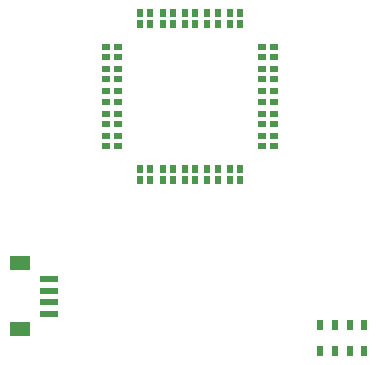
<source format=gbr>
%TF.GenerationSoftware,KiCad,Pcbnew,(6.0.4)*%
%TF.CreationDate,2022-05-08T20:42:15-04:00*%
%TF.ProjectId,STM32_Altimeter_R2,53544d33-325f-4416-9c74-696d65746572,0.1*%
%TF.SameCoordinates,Original*%
%TF.FileFunction,Paste,Top*%
%TF.FilePolarity,Positive*%
%FSLAX46Y46*%
G04 Gerber Fmt 4.6, Leading zero omitted, Abs format (unit mm)*
G04 Created by KiCad (PCBNEW (6.0.4)) date 2022-05-08 20:42:15*
%MOMM*%
%LPD*%
G01*
G04 APERTURE LIST*
%ADD10R,0.550000X0.950000*%
%ADD11R,1.800000X1.200000*%
%ADD12R,1.550000X0.600000*%
%ADD13R,0.580000X0.720000*%
%ADD14R,0.720000X0.580000*%
G04 APERTURE END LIST*
D10*
%TO.C,U3*%
X58404186Y-71331317D03*
X59654186Y-71331317D03*
X60904186Y-71331317D03*
X62154186Y-71331317D03*
X62154186Y-69181317D03*
X60904186Y-69181317D03*
X59654186Y-69181317D03*
X58404186Y-69181317D03*
%TD*%
D11*
%TO.C,J6*%
X32963410Y-63937258D03*
X32963410Y-69537258D03*
D12*
X35488410Y-68237258D03*
X35488410Y-67237258D03*
X35488410Y-66237258D03*
X35488410Y-65237258D03*
%TD*%
D13*
%TO.C,U5*%
X44020716Y-42711530D03*
X44020716Y-56911530D03*
X49720716Y-56911530D03*
D14*
X53495716Y-48336530D03*
X53495716Y-52136530D03*
X40295716Y-47486530D03*
D13*
X45920716Y-43711530D03*
X48870716Y-56911530D03*
X43170716Y-56911530D03*
D14*
X41295716Y-45586530D03*
D13*
X48870716Y-55911530D03*
X46970716Y-56911530D03*
D14*
X41295716Y-51286530D03*
D13*
X46970716Y-42711530D03*
D14*
X53495716Y-54036530D03*
D13*
X50770716Y-42711530D03*
D14*
X54495716Y-48336530D03*
X41295716Y-53186530D03*
D13*
X43170716Y-42711530D03*
D14*
X53495716Y-50236530D03*
X41295716Y-46436530D03*
X41295716Y-47486530D03*
X40295716Y-45586530D03*
X40295716Y-51286530D03*
X54495716Y-54036530D03*
D13*
X48870716Y-42711530D03*
D14*
X41295716Y-48336530D03*
D13*
X45070716Y-43711530D03*
X51620716Y-43711530D03*
D14*
X40295716Y-50236530D03*
D13*
X47820716Y-56911530D03*
X50770716Y-55911530D03*
X45070716Y-55911530D03*
X45070716Y-42711530D03*
X51620716Y-55911530D03*
X51620716Y-42711530D03*
X49720716Y-55911530D03*
X45920716Y-55911530D03*
X47820716Y-42711530D03*
D14*
X54495716Y-46436530D03*
X40295716Y-49386530D03*
D13*
X48870716Y-43711530D03*
D14*
X54495716Y-53186530D03*
D13*
X43170716Y-55911530D03*
X44020716Y-55911530D03*
D14*
X40295716Y-48336530D03*
X53495716Y-49386530D03*
X53495716Y-45586530D03*
D13*
X47820716Y-43711530D03*
D14*
X41295716Y-49386530D03*
D13*
X49720716Y-43711530D03*
D14*
X41295716Y-50236530D03*
X40295716Y-52136530D03*
X41295716Y-54036530D03*
D13*
X43170716Y-43711530D03*
D14*
X54495716Y-50236530D03*
X40295716Y-46436530D03*
X54495716Y-47486530D03*
X53495716Y-51286530D03*
D13*
X45920716Y-42711530D03*
X46970716Y-43711530D03*
X51620716Y-56911530D03*
D14*
X54495716Y-45586530D03*
D13*
X45070716Y-56911530D03*
X46970716Y-55911530D03*
X47820716Y-55911530D03*
D14*
X41295716Y-52136530D03*
X53495716Y-53186530D03*
X54495716Y-49386530D03*
X53495716Y-47486530D03*
D13*
X49720716Y-42711530D03*
X50770716Y-43711530D03*
X44020716Y-43711530D03*
X50770716Y-56911530D03*
X45920716Y-56911530D03*
D14*
X53495716Y-46436530D03*
X40295716Y-54036530D03*
X54495716Y-52136530D03*
X54495716Y-51286530D03*
X40295716Y-53186530D03*
%TD*%
M02*

</source>
